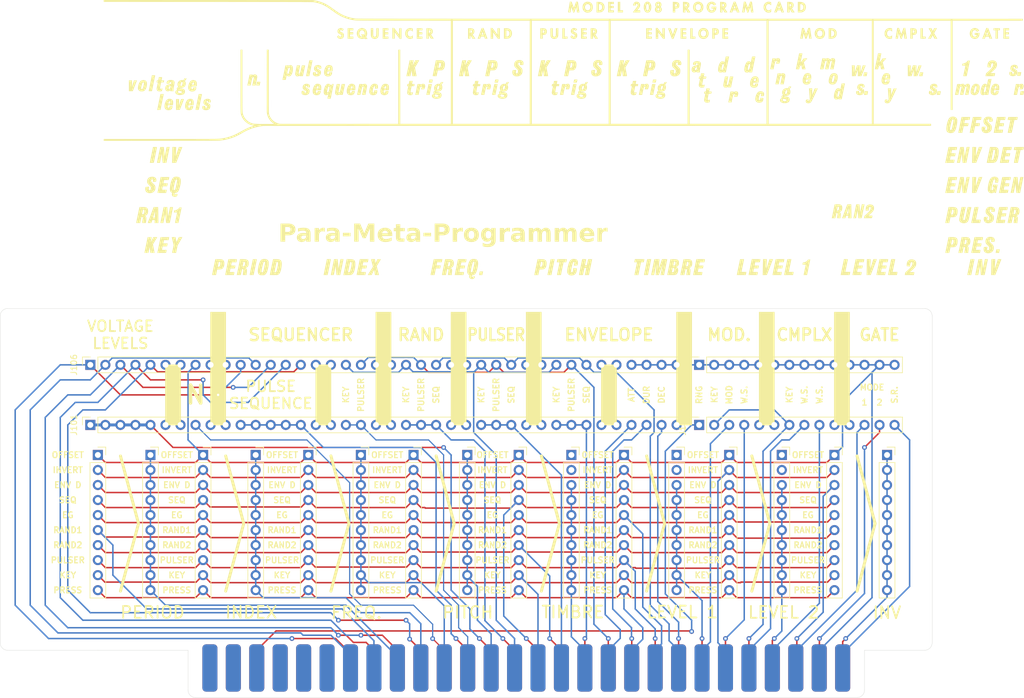
<source format=kicad_pcb>
(kicad_pcb (version 20221018) (generator pcbnew)
  (title_block (title "Model 208 Program Card") (date "2021-04-13") (rev "1.0") (company "Dunnington Audio"))
  (layers (0 "F.Cu" signal) (31 "B.Cu" signal) (34 "B.Paste" user) (35 "F.Paste" user) (36 "B.SilkS" user "B.Silkscreen") (37 "F.SilkS" user "F.Silkscreen") (38 "B.Mask" user) (39 "F.Mask" user) (44 "Edge.Cuts" user))
  (net 0 "")
  (net 1 "/SEQ_DRIVE_1")
  (net 2 "/SEQ_DRIVE_2")
  (net 3 "/SEQ_DRIVE_3")
  (net 4 "/SEQ_DRIVE_4")
  (net 5 "/SEQ_DRIVE_5")
  (net 6 "/ENABLE_+13.5V")
  (net 7 "/KEY_P_OUT")
  (net 8 "/PULSER_P_OUT")
  (net 9 "/SEQ_P_OUT")
  (net 10 "/SEQ_CV_SUM")
  (net 11 "/SEQ_N")
  (net 12 "/SEQ_P_SUM")
  (net 13 "/SEQ_P")
  (net 14 "/RANDOM_P")
  (net 15 "/PULSER_P")
  (net 16 "/EG_P")
  (net 17 "/EG_ATTACK_CV")
  (net 18 "/EG_DUR_CV")
  (net 19 "/EG_DECAY_CV")
  (net 20 "/MO_RANGE")
  (net 21 "/CO_MO_KEY")
  (net 22 "/MO_INDEX")
  (net 23 "/MO_WAVESHAPE")
  (net 24 "/CO_WAVESHAPE_CV")
  (net 25 "/CO_WAVESHAPE")
  (net 26 "/LPG_1_MODE")
  (net 27 "/LPG_2_MODE")
  (net 28 "/LPG_2_ROUTING")
  (net 29 "/PULSER_PERIOD")
  (net 30 "/INV_TO_PROG")
  (net 31 "/PRE_TO_PROG")
  (net 32 "/MO_FREQ")
  (net 33 "/SEQ_CV_OUT")
  (net 34 "/CO_PITCH")
  (net 35 "/EG_CV_OUT")
  (net 36 "/TIMBRE_CV")
  (net 37 "/MOD_MODE")
  (net 38 "/KEY_PRESSURE_OUT")
  (net 39 "/KEY_CV_OUT")
  (net 40 "/RANDOM_1_CV_OUT")
  (net 44 "/+5V")
  (net 46 "/-15V")
  (net 47 "/INV_FROM_PROG")
  (net 48 "/LPG_2_CV")
  (net 49 "/LPG_1_CV")
  (net 50 "/PULSER_OUT")
  (net 51 "/RANDOM_2_CV_OUT")
  (net 53 "/PRE_FROM_PROG")
  (net 55 "/0V-Q")
  (net 56 "/+15V")
  (footprint "Connector_PinSocket_2.54mm:PinSocket_1x10_P2.54mm_Vertical" (layer "F.Cu") (at 106.68 106.68)
    (fp_text reference "J102" hide)
    (fp_text value "Conn_01x08")
  )
  (footprint "Connector_PinSocket_2.54mm:PinSocket_1x10_P2.54mm_Vertical" (layer "F.Cu") (at 124.46 106.68)
    (fp_text reference "J103" hide)
    (fp_text value "Conn_01x08")
  )
  (footprint "Connector_PinSocket_2.54mm:PinSocket_1x10_P2.54mm_Vertical" (layer "F.Cu") (at 142.430576 106.68)
    (fp_text reference "J104" hide)
    (fp_text value "Conn_01x08")
  )
  (footprint "Connector_PinSocket_2.54mm:PinSocket_1x10_P2.54mm_Vertical" (layer "F.Cu") (at 160.02 106.68)
    (fp_text reference "J105" hide)
    (fp_text value "Conn_01x08")
  )
  (footprint "Connector_PinSocket_2.54mm:PinSocket_1x10_P2.54mm_Vertical" (layer "F.Cu") (at 177.8 106.68)
    (fp_text reference "J110" hide)
    (fp_text value "Conn_01x08")
  )
  (footprint "Connector_PinSocket_2.54mm:PinSocket_1x10_P2.54mm_Vertical" (layer "F.Cu") (at 195.58 106.68)
    (fp_text reference "J111" hide)
    (fp_text value "Conn_01x08")
  )
  (footprint "Connector_PinSocket_2.54mm:PinSocket_1x10_P2.54mm_Vertical" (layer "F.Cu") (at 213.36 106.68)
    (fp_text reference "J112" hide)
    (fp_text value "Conn_01x08")
  )
  (footprint "Buchla_Connectors:305-056-500-502_Mating_Edge" (layer "F.Cu") (at 152.4 139.7 -90)
    (fp_text reference "J114" hide)
    (fp_text value "02x28 Edge - 3.96mm ")
  )
  (footprint "Dunnington:208_PROGRAM_CARD" (layer "F.Cu") (at 220.789424 50.857383)
    (fp_text reference "S1" hide)
    (fp_text value "ROWS" hide)
  )
  (footprint "Connector_PinSocket_2.54mm:PinSocket_1x10_P2.54mm_Vertical" (layer "F.Cu") (at 88.9 106.68)
    (fp_text reference "J145" hide)
    (fp_text value "Conn_01x08")
  )
  (footprint "Connector_PinSocket_2.54mm:PinSocket_1x14_P2.54mm_Vertical" (layer "F.Cu") (at 181.61 101.6 90)
    (fp_text reference "J107")
    (fp_text value "Conn_01x14")
  )
  (footprint "Connector_PinSocket_2.54mm:PinSocket_1x10_P2.54mm_Vertical" (layer "F.Cu") (at 133.35 106.68)
    (fp_text reference "J170" hide)
    (fp_text value "Conn_01x10")
  )
  (footprint "Connector_PinSocket_2.54mm:PinSocket_1x10_P2.54mm_Vertical" (layer "F.Cu") (at 186.69 106.68)
    (fp_text reference "J173" hide)
    (fp_text value "Conn_01x10")
  )
  (footprint "Connector_PinSocket_2.54mm:PinSocket_1x10_P2.54mm_Vertical" (layer "F.Cu") (at 115.57 106.68)
    (fp_text reference "J169" hide)
    (fp_text value "Conn_01x10")
  )
  (footprint "Connector_PinSocket_2.54mm:PinSocket_1x10_P2.54mm_Vertical" (layer "F.Cu") (at 151.13 106.68)
    (fp_text reference "J171" hide)
    (fp_text value "Conn_01x10")
  )
  (footprint "Connector_PinSocket_2.54mm:PinSocket_1x10_P2.54mm_Vertical" (layer "F.Cu") (at 204.47 106.68)
    (fp_text reference "J174" hide)
    (fp_text value "Conn_01x10")
  )
  (footprint "Connector_PinSocket_2.54mm:PinSocket_1x40_P2.54mm_Vertical" (layer "F.Cu") (at 78.74 91.44 90)
    (fp_text reference "J106")
    (fp_text value "Conn_01x40")
  )
  (footprint "Connector_PinSocket_2.54mm:PinSocket_1x10_P2.54mm_Vertical" (layer "F.Cu") (at 168.91 106.68)
    (fp_text reference "J172" hide)
    (fp_text value "Conn_01x10")
  )
  (footprint "Connector_PinSocket_2.54mm:PinSocket_1x40_P2.54mm_Vertical" (layer "F.Cu") (at 78.74 101.6 90)
    (fp_text reference "J101")
    (fp_text value "Conn_01x40")
  )
  (footprint "Connector_PinSocket_2.54mm:PinSocket_1x14_P2.54mm_Vertical" (layer "F.Cu") (at 181.61 91.44 90)
    (fp_text reference "J108")
    (fp_text value "Conn_01x14")
  )
  (footprint "Connector_PinSocket_2.54mm:PinSocket_1x10_P2.54mm_Vertical" (layer "F.Cu") (at 97.79 106.68)
    (fp_text reference "J168" hide)
    (fp_text value "Conn_01x10")
  )
  (footprint "Connector_PinSocket_2.54mm:PinSocket_1x10_P2.54mm_Vertical" (layer "F.Cu") (at 80.01 106.68)
    (fp_text reference "J167" hide)
    (fp_text value "Conn_01x10")
  )
  (gr_rect (start 99.06 82.55) (end 101.6 101.6) (stroke (width 0.12)) (fill solid) (layer "F.SilkS"))
  (gr_rect (start 204.47 82.55) (end 207.01 101.6) (stroke (width 0.12)) (fill solid) (layer "F.SilkS"))
  (gr_rect (start 127 82.55) (end 129.54 101.6) (stroke (width 0.12)) (fill solid) (layer "F.SilkS"))
  (gr_rect (start 91.44 91.44) (end 93.98 101.6) (stroke (width 0.12)) (fill solid) (layer "F.SilkS"))
  (gr_rect (start 177.8 82.55) (end 180.34 101.6) (stroke (width 0.12)) (fill solid) (layer "F.SilkS"))
  (gr_rect (start 152.4 82.55) (end 154.94 101.6) (stroke (width 0.12)) (fill solid) (layer "F.SilkS"))
  (gr_rect (start 165.1 91.44) (end 167.64 101.6) (stroke (width 0.12)) (fill solid) (layer "F.SilkS"))
  (gr_rect (start 116.84 91.44) (end 119.38 101.6) (stroke (width 0.12)) (fill solid) (layer "F.SilkS"))
  (gr_rect (start 139.7 82.55) (end 142.24 101.6) (stroke (width 0.12)) (fill solid) (layer "F.SilkS"))
  (gr_rect (start 191.77 82.55) (end 194.31 101.6) (stroke (width 0.12)) (fill solid) (layer "F.SilkS"))
  (gr_line (start 95.25 139.7) (end 80.01 139.7) (stroke (width 0.05)) (layer "Edge.Cuts"))
  (gr_line (start 63.5 138.43) (end 63.5 88.265) (stroke (width 0.05)) (layer "Edge.Cuts"))
  (gr_line (start 80.01 139.7) (end 64.77 139.7) (stroke (width 0.05)) (layer "Edge.Cuts"))
  (gr_arc (start 63.5 83.185) (mid 63.871974 82.286974) (end 64.77 81.915) (stroke (width 0.05)) (layer "Edge.Cuts"))
  (gr_line (start 64.77 81.915) (end 219.71 81.915) (stroke (width 0.05)) (layer "Edge.Cuts"))
  (gr_line (start 209.55 139.7) (end 209.55 146.43) (stroke (width 0.05)) (layer "Edge.Cuts"))
  (gr_arc (start 64.77 139.7) (mid 63.871974 139.328026) (end 63.5 138.43) (stroke (width 0.05)) (layer "Edge.Cuts"))
  (gr_line (start 219.71 139.7) (end 209.55 139.7) (stroke (width 0.05)) (layer "Edge.Cuts"))
  (gr_line (start 95.25 146.43) (end 95.25 139.7) (stroke (width 0.05)) (layer "Edge.Cuts"))
  (gr_arc (start 220.98 138.43) (mid 220.608026 139.328026) (end 219.71 139.7) (stroke (width 0.05)) (layer "Edge.Cuts"))
  (gr_arc (start 96.52 147.7) (mid 95.621974 147.328026) (end 95.25 146.43) (stroke (width 0.05)) (layer "Edge.Cuts"))
  (gr_arc (start 209.55 146.43) (mid 209.178026 147.328026) (end 208.28 147.7) (stroke (width 0.05)) (layer "Edge.Cuts"))
  (gr_line (start 63.5 83.185) (end 63.5 88.265) (stroke (width 0.05)) (layer "Edge.Cuts"))
  (gr_arc (start 219.71 81.915) (mid 220.608026 82.286974) (end 220.98 83.185) (stroke (width 0.05)) (layer "Edge.Cuts"))
  (gr_line (start 208.28 147.7) (end 96.52 147.7) (stroke (width 0.05)) (layer "Edge.Cuts"))
  (gr_line (start 220.98 104.14) (end 220.98 83.185) (stroke (width 0.05)) (layer "Edge.Cuts"))
  (gr_line (start 220.98 104.14) (end 220.98 138.43) (stroke (width 0.05)) (layer "Edge.Cuts"))
  (gr_text "RNG" (at 181.61 96.52 90) (layer "F.SilkS") (effects (font (size 1 1) (thickness 0.2) bold)))
  (gr_text "PRESS" (at 146.685 129.54) (layer "F.SilkS") (effects (font (size 1 1) (thickness 0.2) bold)))
  (gr_text "SEQ" (at 149.86 96.52 90) (layer "F.SilkS") (effects (font (size 1 1) (thickness 0.2) bold)))
  (gr_text "EG" (at 74.93 116.84) (layer "F.SilkS") (effects (font (size 1 1) (thickness 0.2) bold)))
  (gr_text "RAND2" (at 74.93 121.92) (layer "F.SilkS") (effects (font (size 1 1) (thickness 0.2) bold)))
  (gr_text "KEY" (at 128.905 127) (layer "F.SilkS") (effects (font (size 1 1) (thickness 0.2) bold)))
  (gr_text ">" (at 118.11 138.43) (layer "F.SilkS") (effects (font (size 40 4) (thickness 0.5)) (justify left bottom)))
  (gr_text "INVERT" (at 74.93 109.22) (layer "F.SilkS") (effects (font (size 1 1) (thickness 0.2) bold)))
  (gr_text "KEY" (at 93.345 127) (layer "F.SilkS") (effects (font (size 1 1) (thickness 0.2) bold)))
  (gr_text "INVERT" (at 182.245 109.22) (layer "F.SilkS") (effects (font (size 1 1) (thickness 0.2) bold)))
  (gr_text "RAND1" (at 128.905 119.38) (layer "F.SilkS") (effects (font (size 1 1) (thickness 0.2) bold)))
  (gr_text "PULSER" (at 74.93 124.46) (layer "F.SilkS") (effects (font (size 1 1) (thickness 0.2) bold)))
  (gr_text "W.S." (at 189.23 96.52 90) (layer "F.SilkS") (effects (font (size 1 1) (thickness 0.2) bold)))
  (gr_text "KEY" (at 144.78 96.52 90) (layer "F.SilkS") (effects (font (size 1 1) (thickness 0.2) bold)))
  (gr_text "ENV D" (at 111.125 111.76) (layer "F.SilkS") (effects (font (size 1 1) (thickness 0.2) bold)))
  (gr_text "RAND1" (at 164.465 119.38) (layer "F.SilkS") (effects (font (size 1 1) (thickness 0.2) bold)))
  (gr_text "PRESS" (at 111.125 129.54) (layer "F.SilkS") (effects (font (size 1 1) (thickness 0.2) bold)))
  (gr_text "SEQ" (at 200 114.3) (layer "F.SilkS") (effects (font (size 1 1) (thickness 0.2) bold)))
  (gr_text "PRESS" (at 74.93 129.54) (layer "F.SilkS") (effects (font (size 1 1) (thickness 0.2) bold)))
  (gr_text "N" (at 96.52 96.52) (layer "F.SilkS") (effects (font (size 3 3) (thickness 0.6) bold)))
  (gr_text "S.R." (at 214.63 96.52 90) (layer "F.SilkS") (effects (font (size 1 1) (thickness 0.2) bold)))
  (gr_text "OFFSET" (at 93.345 106.68) (layer "F.SilkS") (effects (font (size 1 1) (thickness 0.2) bold)))
  (gr_text "INVERT" (at 128.905 109.22) (layer "F.SilkS") (effects (font (size 1 1) (thickness 0.2) bold)))
  (gr_text "SEQ" (at 128.905 114.3) (layer "F.SilkS") (effects (font (size 1 1) (thickness 0.2) bold)))
  (gr_text "ATT" (at 170.18 96.52 90) (layer "F.SilkS") (effects (font (size 1 1) (thickness 0.2) bold)))
  (gr_text "PERIOD" (at 83.6168 134.4676) (layer "F.SilkS") (effects (font (size 2 2) (thickness 0.3) bold) (justify left bottom)))
  (gr_text "PULSER" (at 200 124.46) (layer "F.SilkS") (effects (font (size 1 1) (thickness 0.2) bold)))
  (gr_text "RAND2" (at 182.245 121.92) (layer "F.SilkS") (effects (font (size 1 1) (thickness 0.2) bold)))
  (gr_text "ENV D" (at 200 111.76) (layer "F.SilkS") (effects (font (size 1 1) (thickness 0.2) bold)))
  (gr_text "PULSER" (at 93.345 124.46) (layer "F.SilkS") (effects (font (size 1 1) (thickness 0.2) bold)))
  (gr_text "PRESS" (at 200 129.54) (layer "F.SilkS") (effects (font (size 1 1) (thickness 0.2) bold)))
  (gr_text "EG" (at 182.245 116.84) (layer "F.SilkS") (effects (font (size 1 1) (thickness 0.2) bold)))
  (gr_text "PULSER" (at 111.125 124.46) (layer "F.SilkS") (effects (font (size 1 1) (thickness 0.2) bold)))
  (gr_text "RAND1" (at 74.93 119.38) (layer "F.SilkS") (effects (font (size 1 1) (thickness 0.2) bold)))
  (gr_text "PULSER" (at 164.465 124.46) (layer "F.SilkS") (effects (font (size 1 1) (thickness 0.2) bold)))
  (gr_text ">" (at 207.01 138.43) (layer "F.SilkS") (effects (font (size 40 4) (thickness 0.5)) (justify left bottom)))
  (gr_text "FREQ." (at 119.2276 134.5184) (layer "F.SilkS") (effects (font (size 2 2) (thickness 0.3) bold) (justify left bottom)))
  (gr_text "SEQ" (at 111.125 114.3) (layer "F.SilkS") (effects (font (size 1 1) (thickness 0.2) bold)))
  (gr_text "OFFSET" (at 200 106.68) (layer "F.SilkS") (effects (font (size 1 1) (thickness 0.2) bold)))
  (gr_text ">" (at 135.89 138.43) (layer "F.SilkS") (effects (font (size 40 4) (thickness 0.5)) (justify left bottom)))
  (gr_text "GATE" (at 212.09 86.36) (layer "F.SilkS") (effects (font (size 2 1.9) (thickness 0.4) bold)))
  (gr_text "LEVEL 2" (at 189.6872 134.4676) (layer "F.SilkS") (effects (font (size 2 2) (thickness 0.3) bold) (justify left bottom)))
  (gr_text "RAND2" (at 164.465 121.92) (layer "F.SilkS") (effects (font (size 1 1) (thickness 0.2) bold)))
  (gr_text "ENV D" (at 164.465 111.76) (layer "F.SilkS") (effects (font (size 1 1) (thickness 0.2) bold)))
  (gr_text "MODE" (at 210.82 95.25) (layer "F.SilkS") (effects (font (size 1 1) (thickness 0.2) bold)))
  (gr_text "PULSER" (at 128.905 124.46) (layer "F.SilkS") (effects (font (size 1 1) (thickness 0.2) bold)))
  (gr_text "Para-Meta-Programmer" (at 110.49 71.12) (layer "F.SilkS") (effects (font (size 3 3) (thickness 0.3) bold) (justify left bottom)))
  (gr_text "INVERT" (at 93.345 109.22) (layer "F.SilkS") (effects (font (size 1 1) (thickness 0.2) bold)))
  (gr_text "INVERT" (at 164.465 109.22) (layer "F.SilkS") (effects (font (size 1 1) (thickness 0.2) bold)))
  (gr_text "MOD" (at 186.69 96.499087 90) (layer "F.SilkS") (effects (font (size 1 1) (thickness 0.2) bold)))
  (gr_text "EG" (at 200 116.84) (layer "F.SilkS") (effects (font (size 1 1) (thickness 0.2) bold)))
  (gr_text "PULSER" (at 182.245 124.46) (layer "F.SilkS") (effects (font (size 1 1) (thickness 0.2) bold)))
  (gr_text "PULSER" (at 147.32 96.52 90) (layer "F.SilkS") (effects (font (size 1 1) (thickness 0.2) bold)))
  (gr_text "RAND1" (at 200 119.38) (layer "F.SilkS") (effects (font (size 1 1) (thickness 0.2) bold)))
  (gr_text "KEY" (at 182.245 127) (layer "F.SilkS") (effects (font (size 1 1) (thickness 0.2) bold)))
  (gr_text "OFFSET" (at 128.905 106.68) (layer "F.SilkS") (effects (font (size 1 1) (thickness 0.2) bold)))
  (gr_text "PRESS" (at 128.905 129.54) (layer "F.SilkS") (effects (font (size 1 1) (thickness 0.2) bold)))
  (gr_text "RAND2" (at 93.345 121.92) (layer "F.SilkS") (effects (font (size 1 1) (thickness 0.2) bold)))
  (gr_text "SEQUENCER" (at 114.3 86.36) (layer "F.SilkS") (effects (font (size 2 2) (thickness 0.4) bold)))
  (gr_text "SEQ" (at 146.685 114.3) (layer "F.SilkS") (effects (font (size 1 1) (thickness 0.2) bold)))
  (gr_text "PULSER" (at 160.02 96.52 90) (layer "F.SilkS") (effects (font (size 1 1) (thickness 0.2) bold)))
  (gr_text "KEY" (at 184.181621 96.499087 90) (layer "F.SilkS") (effects (font (size 1 1) (thickness 0.2) bold)))
  (gr_text "PRESS" (at 164.465 129.54) (layer "F.SilkS") (effects (font (size 1 1) (thickness 0.2) bold)))
  (gr_text "KEY" (at 111.125 127) (layer "F.SilkS") (effects (font (size 1 1) (thickness 0.2) bold)))
  (gr_text "KEY" (at 74.93 127) (layer "F.SilkS") (effects (font (size 1 1) (thickness 0.2) bold)))
  (gr_text ">" (at 171.45 138.43) (layer "F.SilkS") (effects (font (size 40 4) (thickness 0.5)) (justify left bottom)))
  (gr_text "KEY" (at 146.685 127) (layer "F.SilkS") (effects (font (size 1 1) (thickness 0.2) bold)))
  (gr_text "SEQ" (at 162.56 96.52 90) (layer "F.SilkS") (effects (font (size 1 1) (thickness 0.2) bold)))
  (gr_text "CMPLX" (at 199.39 86.36) (layer "F.SilkS") (effects (font (size 2 1.9) (thickness 0.4) bold)))
  (gr_text "VOLTAGE\nLEVELS" (at 83.82 86.36) (layer "F.SilkS") (effects (font (size 1.8 1.8) (thickness 0.3) bold)))
  (gr_text "RAND1" (at 182.245 119.38) (layer "F.SilkS") (effects (font (size 1 1) (thickness 0.2) bold)))
  (gr_text "OFFSET" (at 74.93 106.68) (layer "F.SilkS") (effects (font (size 1 1) (thickness 0.2) bold)))
  (gr_text "ENV D" (at 128.905 111.76) (layer "F.SilkS") (effects (font (size 1 1) (thickness 0.2) bold)))
  (gr_text "2" (at 212.09 97.79) (layer "F.SilkS") (effects (font (size 1 1) (thickness 0.2) bold)))
  (gr_text "SEQ" (at 137.16 96.52 90) (layer "F.SilkS") (effects (font (size 1 1) (thickness 0.2) bold)))
  (gr_text "W.S." (at 199.39 96.52 90) (layer "F.SilkS") (effects (font (size 1 1) (thickness 0.2) bold)))
  (gr_text "PULSE\nSEQUENCE" (at 109.22 96.52) (layer "F.SilkS") (effects (font (size 1.8 1.8) (thickness 0.3) bold)))
  (gr_text "ENV D" (at 146.685 111.76) (layer "F.SilkS") (effects (font (size 1 1) (thickness 0.2) bold)))
  (gr_text "OFFSET" (at 164.465 106.68) (layer "F.SilkS") (effects (font (size 1 1) (thickness 0.2) bold)))
  (gr_text "EG" (at 164.465 116.84) (layer "F.SilkS") (effects (font (size 1 1) (thickness 0.2) bold)))
  (gr_text "PULSER" (at 134.62 96.52 90) (layer "F.SilkS") (effects (font (size 1 1) (thickness 0.2) bold)))
  (gr_text "ENV D" (at 182.245 111.76) (layer "F.SilkS") (effects (font (size 1 1) (thickness 0.2) bold)))
  (gr_text ">" (at 189.23 138.43) (layer "F.SilkS") (effects (font (size 40 4) (thickness 0.5)) (justify left bottom)))
  (gr_text "INVERT" (at 111.125 109.22) (layer "F.SilkS") (effects (font (size 1 1) (thickness 0.2) bold)))
  (gr_text "TIMBRE" (at 154.7876 134.4168) (layer "F.SilkS") (effects (font (size 2 2) (thickness 0.3) bold) (justify left bottom)))
  (gr_text "DEC" (at 175.26 96.52 90) (layer "F.SilkS") (effects (font (size 1 1) (thickness 0.2) bold)))
  (gr_text "PRESS" (at 93.345 129.54) (layer "F.SilkS") (effects (font (size 1 1) (thickness 0.2) bold)))
  (gr_text "OFFSET" (at 146.685 106.68) (layer "F.SilkS") (effects (font (size 1 1) (thickness 0.2) bold)))
  (gr_text "RAND2" (at 128.905 121.92) (layer "F.SilkS") (effects (font (size 1 1) (thickness 0.2) bold)))
  (gr_text "1" (at 209.55 97.79) (layer "F.SilkS") (effects (font (size 1 1) (thickness 0.2) bold)))
  (gr_text "SEQ" (at 74.93 114.3) (layer "F.SilkS") (effects (font (size 1 1) (thickness 0.2) bold)))
  (gr_text "EG" (at 128.905 116.84) (layer "F.SilkS") (effects (font (size 1 1) (thickness 0.2) bold)))
  (gr_text "RAND" (at 134.62 86.36) (layer "F.SilkS") (effects (font (size 2 2) (thickness 0.4) bold)))
  (gr_text "PULSER" (at 147.32 86.36) (layer "F.SilkS") (effects (font (size 2 1.7) (thickness 0.4) bold)))
  (gr_text "PULSER" (at 124.46 96.52 90) (layer "F.SilkS") (effects (font (size 1 1) (thickness 0.2) bold)))
  (gr_text "EG" (at 93.345 116.84) (layer "F.SilkS") (effects (font (size 1 1) (thickness 0.2) bold)))
  (gr_text "KEY" (at 132.08 96.52 90) (layer "F.SilkS") (effects (font (size 1 1) (thickness 0.2) bold)))
  (gr_text "OFFSET" (at 111.125 106.68) (layer "F.SilkS") (effects (font (size 1 1) (thickness 0.2) bold)))
  (gr_text "INDEX" (at 101.346 134.4676) (layer "F.SilkS") (effects (font (size 2 2) (thickness 0.3) bold) (justify left bottom)))
  (gr_text "RAND2" (at 146.685 121.92) (layer "F.SilkS") (effects (font (size 1 1) (thickness 0.2) bold)))
  (gr_text ">" (at 100.33 138.43) (layer "F.SilkS") (effects (font (size 40 4) (thickness 0.5)) (justify left bottom)))
  (gr_text "EG" (at 111.125 116.84) (layer "F.SilkS") (effects (font (size 1 1) (thickness 0.2) bold)))
  (gr_text "SEQ" (at 93.345 114.3) (layer "F.SilkS") (effects (font (size 1 1) (thickness 0.2) bold)))
  (gr_text "ENV D" (at 74.93 111.76) (layer "F.SilkS") (effects (font (size 1 1) (thickness 0.2) bold)))
  (gr_text "LEVEL 1" (at 172.5676 134.4168) (layer "F.SilkS") (effects (font (size 2 2) (thickness 0.3) bold) (justify left bottom)))
  (gr_text "KEY" (at 196.85 96.52 90) (layer "F.SilkS") (effects (font (size 1 1) (thickness 0.2) bold)))
  (gr_text "SEQ" (at 182.245 114.3) (layer "F.SilkS") (effects (font (size 1 1) (thickness 0.2) bold)))
  (gr_text "RAND2" (at 200 121.92) (layer "F.SilkS") (effects (font (size 1 1) (thickness 0.2) bold)))
  (gr_text "OFFSET" (at 182.245 106.68) (layer "F.SilkS") (effects (font (size 1 1) (thickness 0.2) bold)))
  (gr_text "PITCH" (at 138.0236 134.4676) (layer "F.SilkS") (effects (font (size 2 2) (thickness 0.3) bold) (justify left bottom)))
  (gr_text "INV" (at 210.7692 134.5184) (layer "F.SilkS") (effects (font (size 2 2) (thickness 0.3) bold) (justify left bottom)))
  (gr_text "KEY" (at 121.92 96.52 90) (layer "F.SilkS") (effects (font (size 1 1) (thickness 0.2) bold)))
  (gr_text "DUR" (at 172.72 96.52 90) (layer "F.SilkS") (effects (font (size 1 1) (thickness 0.2) bold)))
  (gr_text "KEY" (at 200 127) (layer "F.SilkS") (effects (font (size 1 1) (thickness 0.2) bold)))
  (gr_text "PRESS" (at 182.245 129.54) (layer "F.SilkS") (effects (font (size 1 1) (thickness 0.2) bold)))
  (gr_text "KEY" (at 157.48 96.52 90) (layer "F.SilkS") (effects (font (size 1 1) (thickness 0.2) bold)))
  (gr_text "INVERT" (at 146.685 109.22) (layer "F.SilkS") (effects (font (size 1 1) (thickness 0.2) bold)))
  (gr_text "ENV D" (at 93.345 111.76) (layer "F.SilkS") (effects (font (size 1 1) (thickness 0.2) bold)))
  (gr_text ">" (at 82.55 138.43) (layer "F.SilkS") (effects (font (size 40 4) (thickness 0.5)) (justify left bottom)))
  (gr_text "KEY" (at 164.465 127) (layer "F.SilkS") (effects (font (size 1 1) (thickness 0.2) bold)))
  (gr_text "RAND2" (at 111.125 121.92) (layer "F.SilkS") (effects (font (size 1 1) (thickness 0.2) bold)))
  (gr_text "RAND1" (at 111.125 119.38) (layer "F.SilkS") (effects (font (size 1 1) (thickness 0.2) bold)))
  (gr_text "PULSER" (at 146.685 124.46) (layer "F.SilkS") (effects (font (size 1 1) (thickness 0.2) bold)))
  (gr_text "SEQ" (at 164.465 114.3) (layer "F.SilkS") (effects (font (size 1 1) (thickness 0.2) bold)))
  (gr_text "RAND1" (at 146.685 119.38) (layer "F.SilkS") (effects (font (size 1 1) (thickness 0.2) bold)))
  (gr_text "RAND1" (at 93.345 119.38) (layer "F.SilkS") (effects (font (size 1 1) (thickness 0.2) bold)))
  (gr_text "EG" (at 146.685 116.84) (layer "F.SilkS") (effects (font (size 1 1) (thickness 0.2) bold)))
  (gr_text "ENVELOPE" (at 166.37 86.36) (layer "F.SilkS") (effects (font (size 2 2) (thickness 0.4) bold)))
  (gr_text "W.S." (at 201.93 96.52 90) (layer "F.SilkS") (effects (font (size 1 1) (thickness 0.2) bold)))
  (gr_text ">" (at 153.67 138.43) (layer "F.SilkS") (effects (font (size 40 4) (thickness 0.5)) (justify left bottom)))
  (gr_text "MOD." (at 186.69 86.36) (layer "F.SilkS") (effects (font (size 2 2) (thickness 0.4) bold)))
  (gr_text "INVERT" (at 200 109.22) (layer "F.SilkS") (effects (font (size 1 1) (thickness 0.2) bold)))
  (segment (start 120.184695 137.72) (end 112.8 137.72) (width 0.25) (layer "F.Cu") (net 1))
  (segment (start 122.164695 139.7) (end 120.184695 137.72) (width 0.25) (layer "F.Cu") (net 1))
  (segment (start 83.82 96.52) (end 100.33 96.52) (width 0.25) (layer "F.Cu") (net 1))
  (segment (start 78.74 91.44) (end 83.82 96.52) (width 0.25) (layer "F.Cu") (net 1))
  (via (at 100.33 96.52) (size 0.8) (drill 0.4) (layers "F.Cu" "B.Cu") (net 1))
  (via (at 112.8 137.72) (size 0.8) (drill 0.4) (layers "F.Cu" "B.Cu") (net 1))
  (segment (start 73.66 91.44) (end 66.04 99.06) (width 0.25) (layer "B.Cu") (net 1))
  (segment (start 66.04 132.08) (end 71.68 137.72) (width 0.25) (layer "B.Cu") (net 1))
  (segment (start 104.14 92.71) (end 104.14 91.44) (width 0.25) (layer "B.Cu") (net 1))
  (segment (start 100.33 96.52) (end 104.14 92.71) (width 0.25) (layer "B.Cu") (net 1))
  (segment (start 71.68 137.72) (end 112.8 137.72) (width 0.25) (layer "B.Cu") (net 1))
  (segment (start 78.74 91.44) (end 73.66 91.44) (width 0.25) (layer "B.Cu") (net 1))
  (segment (start 66.04 99.06) (end 66.04 132.08) (width 0.25) (layer "B.Cu") (net 1))
  (segment (start 73.27 136.77) (end 68.58 132.08) (width 0.25) (layer "B.Cu") (net 2))
  (segment (start 68.58 99.06) (end 73.66 93.98) (width 0.25) (layer "B.Cu") (net 2))
  (segment (start 119.38 137.16) (end 114.69 137.16) (width 0.25) (layer "B.Cu") (net 2))
  (segment (start 114.3 136.77) (end 73.27 136.77) (width 0.25) (layer "B.Cu") (net 2))
  (segment (start 81.28 91.44) (end 82.455 90.265) (width 0.25) (layer "B.Cu") (net 2))
  (segment (start 114.69 137.16) (end 114.3 136.77) (width 0.25) (layer "B.Cu") (net 2))
  (segment (start 82.455 90.265) (end 105.505 90.265) (width 0.25) (layer "B.Cu") (net 2))
  (segment (start 78.74 93.98) (end 81.28 91.44) (width 0.25) (layer "B.Cu") (net 2))
  (segment (start 68.58 132.08) (end 68.58 99.06) (width 0.25) (layer "B.Cu") (net 2))
  (segment (start 121.92 139.7) (end 119.38 137.16) (width 0.25) (layer "B.Cu") (net 2))
  (segment (start 73.66 93.98) (end 78.74 93.98) (width 0.25) (layer "B.Cu") (net 2))
  (segment (start 105.505 90.265) (end 106.68 91.44) (width 0.25) (layer "B.Cu") (net 2))
  (segment (start 123.19 138.375) (end 121.975 137.16) (width 0.25) (layer "F.Cu") (net 3))
  (segment (start 121.975 137.16) (end 120.65 137.16) (width 0.25) (layer "F.Cu") (net 3))
  (segment (start 126.66 139.7) (end 125.335 138.375) (width 0.25) (layer "F.Cu") (net 3))
  (segment (start 87.63 95.25) (end 102.87 95.25) (width 0.25) (layer "F.Cu") (net 3))
  (segment (start 83.82 91.44) (end 87.63 95.25) (width 0.25) (layer "F.Cu") (net 3))
  (segment (start 125.335 138.375) (end 123.19 138.375) (width 0.25) (layer "F.Cu") (net 3))
  (via (at 102.87 95.25) (size 0.8) (drill 0.4) (layers "F.Cu" "B.Cu") (net 3))
  (via (at 120.65 137.16) (size 0.8) (drill 0.4) (layers "F.Cu" "B.Cu") (net 3))
  (segment (start 105.41 95.25) (end 109.22 91.44) (width 0.25) (layer "B.Cu") (net 3))
  (segment (start 102.87 95.25) (end 105.41 95.25) (width 0.25) (layer "B.Cu") (net 3))
  (segment (start 78.74 96.52) (end 83.82 91.44) (width 0.25) (layer "B.Cu") (net 3))
  (segment (start 74.93 135.89) (end 119.38 135.89) (width 0.25) (layer "B.Cu") (net 3))
  (segment (start 74.93 96.52) (end 78.74 96.52) (width 0.25) (layer "B.Cu") (net 3))
  (segment (start 74.93 135.89) (end 71.12 132.08) (width 0.25) (layer "B.Cu") (net 3))
  (segment (start 71.12 132.08) (end 71.12 100.33) (width 0.25) (layer "B.Cu") (net 3))
  (segment (start 120.65 137.16) (end 119.38 135.89) (width 0.25) (layer "B.Cu") (net 3))
  (segment (start 71.12 100.33) (end 74.93 96.52) (width 0.25) (layer "B.Cu") (net 3))
  (segment (start 88.9 93.98) (end 97.79 93.98) (width 0.25) (layer "F.Cu") (net 4))
  (segment (start 86.36 91.44) (end 88.9 93.98) (width 0.25) (layer "F.Cu") (net 4))
  (segment (start 124.46 137.16) (end 128.08 137.16) (width 0.25) (layer "F.Cu") (net 4))
  (segment (start 128.08 137.16) (end 130.62 139.7) (width 0.25) (layer "F.Cu") (net 4))
  (via (at 97.79 93.98) (size 0.8) (drill 0.4) (layers "F.Cu" "B.Cu") (net 4))
  (via (at 124.46 137.16) (size 0.8) (drill 0.4) (layers "F.Cu" "B.Cu") (net 4))
  (segment (start 119.38 134.62) (end 77.47 134.62) (width 0.25) (layer "B.Cu") (net 4))
  (segment (start 97.79 96.52) (end 99.06 97.79) (width 0.25) (layer "B.Cu") (net 4))
  (segment (start 97.79 93.98) (end 97.79 96.52) (width 0.25) (layer "B.Cu") (net 4))
  (segment (start 77.47 134.62) (end 73.66 130.81) (width 0.25) (layer "B.Cu") (net 4))
  (segment (start 73.66 130.81) (end 73.66 100.33) (width 0.25) (layer "B.Cu") (net 4))
  (segment (start 121.92 137.16) (end 119.38 134.62) (width 0.25) (layer "B.Cu") (net 4))
  (segment (start 76.2 97.79) (end 80.01 97.79) (width 0.25) (layer "B.Cu") (net 4))
  (segment (start 73.66 100.33) (end 76.2 97.79) (width 0.25) (layer "B.Cu") (net 4))
  (segment (start 105.41 97.79) (end 99.06 97.79) (width 0.25) (layer "B.Cu") (net 4))
  (segment (start 111.76 91.44) (end 105.41 97.79) (width 0.25) (layer "B.Cu") (net 4))
  (segment (start 121.92 137.16) (end 124.46 137.16) (width 0.25) (layer "B.Cu") (net 4))
  (segment (start 80.01 97.79) (end 86.36 91.44) (width 0.25) (layer "B.Cu") (net 4))
  (segment (start 120.65 134.62) (end 132.08 134.62) (width 0.25) (layer "F.Cu") (net 5))
  (segment (start 134.58 139.7) (end 132.695 137.815) (width 0.25) (layer "F.Cu") (net 5))
  (segment (start 88.9 91.44) (end 90.075 92.615) (width 0.25) (layer "F.Cu") (net 5))
  (segment (start 90.075 92.615) (end 113.125 92.615) (width 0.25) (layer "F.Cu") (net 5))
  (segment (start 113.125 92.615) (end 114.3 91.44) (width 0.25) (layer "F.Cu") (net 5))
  (via (at 132.695 137.815) (size 0.8) (drill 0.4) (layers "F.Cu" "B.Cu") (net 5))
  (via (at 132.08 134.62) (size 0.8) (drill 0.4) (layers "F.Cu" "B.Cu") (net 5))
  (via (at 120.65 134.62) (size 0.8) (drill 0.4) (layers "F.Cu" "B.Cu") (net 5))
  (segment (start 78.74 133.35) (end 119.38 133.35) (width 0.25) (layer "B.Cu") (net 5))
  (segment (start 77.47 99.06) (end 74.93 101.6) (width 0.25) (layer "B.Cu") (net 5))
  (segment (start 88.9 91.44) (end 81.28 99.06) (width 0.25) (layer "B.Cu") (net 5))
  (segment (start 74.93 129.54) (end 78.74 133.35) (width 0.25) (layer "B.Cu") (net 5))
  (segment (start 132.08 134.62) (end 132.695 135.235) (width 0.25) (layer "B.Cu") (net 5))
  (segment (start 74.93 101.6) (end 74.93 129.54) (width 0.25) (layer "B.Cu") (net 5))
  (segment (start 132.695 135.235) (end 132.695 137.815) (width 0.25) (layer "B.Cu") (net 5))
  (segment (start 119.38 133.35) (end 120.65 134.62) (width 0.25) (layer "B.Cu") (net 5))
  (segment (start 81.28 99.06) (end 77.47 99.06) (width 0.25) (layer "B.Cu") (net 5))
  (segment (start 99.06 107.95) (end 114.3 107.95) (width 0.25) (layer "F.Cu") (net 6))
  (segment (start 185.42 107.95) (end 186.69 106.68) (width 0.25) (layer "F.Cu") (net 6))
  (segment (start 149.86 107.95) (end 151.13 106.68) (width 0.25) (layer "F.Cu") (net 6))
  (segment (start 134.62 107.95) (end 149.86 107.95) (width 0.25) (layer "F.Cu") (net 6))
  (segment (start 186.69 106.68) (end 187.96 107.95) (width 0.25) (layer "F.Cu") (net 6))
  (segment (start 203.2 107.95) (end 204.47 106.68) (width 0.25) (layer "F.Cu") (net 6))
  (segment (start 96.52 107.95) (end 97.79 106.68) (width 0.25) (layer "F.Cu") (net 6))
  (segment (start 167.64 107.95) (end 168.91 106.68) (width 0.25) (layer "F.Cu") (net 6))
  (segment (start 114.3 107.95) (end 115.57 106.68) (width 0.25) (layer "F.Cu") (net 6))
  (segment (start 187.96 107.95) (end 203.2 107.95) (width 0.25) (layer "F.Cu") (net 6))
  (segment (start 152.4 107.95) (end 167.64 107.95) (width 0.25) (layer "F.Cu") (net 6))
  (segment (start 133.35 106.68) (end 134.62 107.95) (width 0.25) (layer "F.Cu") (net 6))
  (segment (start 80.01 106.68) (end 81.28 107.95) (width 0.25) (layer "F.Cu") (net 6))
  (segment (start 168.91 106.68) (end 170.18 107.95) (width 0.25) (layer "F.Cu") (net 6))
  (segment (start 132.08 107.95) (end 133.35 106.68) (width 0.25) (layer "F.Cu") (net 6))
  (segment (start 81.28 107.95) (end 96.52 107.95) (width 0.25) (layer "F.Cu") (net 6))
  (segment (start 170.18 107.95) (end 185.42 107.95) (width 0.25) (layer "F.Cu") (net 6))
  (segment (start 97.79 106.68) (end 99.06 107.95) (width 0.25) (layer "F.Cu") (net 6))
  (segment (start 116.84 107.95) (end 132.08 107.95) (width 0.25) (layer "F.Cu") (net 6))
  (segment (start 151.13 106.68) (end 152.4 107.95) (width 0.25) (layer "F.Cu") (net 6))
  (segment (start 115.57 106.68) (end 116.84 107.95) (width 0.25) (layer "F.Cu") (net 6))
  (segment (start 210.82 92.71) (end 210.82 130.81) (width 0.25) (layer "B.Cu") (net 6))
  (segment (start 181.61 91.44) (end 170.18 91.44) (width 0.25) (layer "B.Cu") (net 6))
  (segment (start 201.93 139.7) (end 210.82 130.81) (width 0.25) (layer "B.Cu") (net 6))
  (segment (start 204.47 106.68) (end 205.835 105.315) (width 0.25) (layer "B.Cu") (net 6))
  (segment (start 96.52 91.44) (end 95.25 92.71) (width 0.25) (layer "B.Cu") (net 6))
  (segment (start 212.09 91.44) (end 210.82 92.71) (width 0.25) (layer "B.Cu") (net 6))
  (segment (start 95.25 104.14) (end 97.79 106.68) (width 0.25) (layer "B.Cu") (net 6))
  (segment (start 212.09 91.44) (end 214.63 91.44) (width 0.25) (layer "B.Cu") (net 6))
  (segment (start 205.835 97.695) (end 212.09 91.44) (width 0.25) (layer "B.Cu") (net 6))
  (segment (start 212.09 91.44) (end 181.61 91.44) (width 0.25) (layer "B.Cu") (net 6))
  (segment (start 205.835 105.315) (end 205.835 97.695) (width 0.25) (layer "B.Cu") (net 6))
  (segment (start 95.25 92.71) (end 95.25 104.14) (width 0.25) (layer "B.Cu") (net 6))
  (segment (start 130.81 92.71) (end 123.19 92.71) (width 0.25) (layer "B.Cu") (net 7))
  (segment (start 143.51 92.71) (end 144.78 91.44) (width 0.25) (layer "B.Cu") (net 7))
  (segment (start 156.21 92.71) (end 157.48 91.44) (width 0.25) (layer "B.Cu") (net 7))
  (segment (start 147.32 134.62) (end 147.32 106.68) (width 0.25) (layer "B.Cu") (net 7))
  (segment (start 144.78 91.44) (end 146.05 92.71) (width 0.25) (layer "B.Cu") (net 7))
  (segment (start 146.05 92.71) (end 156.21 92.71) (width 0.25) (layer "B.Cu") (net 7))
  (segment (start 143.51 102.87) (end 143.51 92.71) (width 0.25) (layer "B.Cu") (net 7))
  (segment (start 150.42 137.72) (end 147.32 134.62) (width 0.25) (layer "B.Cu") (net 7))
  (segment (start 147.32 106.68) (end 143.51 102.87) (width 0.25) (layer "B.Cu") (net 7))
  (segment (start 144.78 91.44) (end 143.605 92.615) (width 0.25) (layer "B.Cu") (net 7))
  (segment (start 132.08 91.44) (end 130.81 92.71) (width 0.25) (layer "B.Cu") (net 7))
  (segment (start 133.255 92.615) (end 132.08 91.44) (width 0.25) (layer "B.Cu") (net 7))
  (segment (start 143.605 92.615) (end 133.255 92.615) (width 0.25) (layer "B.Cu") (net 7))
  (segment (start 150.42 139.7) (end 150.42 137.72) (width 0.25) (layer "B.Cu") (net 7))
  (segment (start 123.19 92.71) (end 121.92 91.44) (width 0.25) (layer "B.Cu") (net 7))
  (segment (start 166.26 139.7) (end 166.26 137.72) (width 0.25) (layer "F.Cu") (net 8))
  (segment (start 135.89 92.71) (end 146.05 92.71) (width 0.25) (layer "F.Cu") (net 8))
  (segment (start 146.05 92.71) (end 147.32 91.44) (width 0.25) (layer "F.Cu") (net 8))
  (segment (start 134.62 91.44) (end 135.89 92.71) (width 0.25) (layer "F.Cu") (net 8))
  (segment (start 147.32 91.44) (end 148.59 92.71) (width 0.25) (layer "F.Cu") (net 8))
  (segment (start 148.59 92.71) (end 158.75 92.71) (width 0.25) (layer "F.Cu") (net 8))
  (segment (start 158.75 92.71) (end 160.02 91.44) (width 0.25) (layer "F.Cu") (net 8))
  (via (at 166.26 137.72) (size 0.8) (drill 0.4) (layers "F.Cu" "B.Cu") (net 8))
  (segment (start 125.73 90.17) (end 133.35 90.17) (width 0.25) (layer "B.Cu") (net 8))
  (segment (start 160.02 91.44) (end 163.83 95.25) (width 0.25) (layer "B.Cu") (net 8))
  (segment (start 163.83 135.29) (end 166.26 137.72) (width 0.25) (layer "B.Cu") (net 8))
  (segment (start 163.83 95.25) (end 163.83 135.29) (width 0.25) (layer "B.Cu") (net 8))
  (segment (start 133.35 90.17) (end 134.62 91.44) (width 0.25) (layer "B.Cu") (net 8))
  (segment (start 124.46 91.44) (end 125.73 90.17) (width 0.25) (layer "B.Cu") (net 8))
  (segment (start 178.14 139.7) (end 176.53 138.09) (width 0.25) (layer "B.Cu") (net 9))
  (segment (start 176.53 135.255) (end 173.355 132.08) (width 0.25) (layer "B.Cu") (net 9))
  (segment (start 176.53 138.09) (end 176.53 135.255) (width 0.25) (layer "B.Cu") (net 9))
  (segment (start 148.685 90.265) (end 149.86 91.44) (width 0.25) (layer "B.Cu") (net 9))
  (segment (start 173.99 102.87) (end 173.99 99.06) (width 0.25) (layer "B.Cu") (net 9))
  (segment (start 173.355 132.08) (end 173.355 103.505) (width 0.25) (layer "B.Cu") (net 9))
  (segment (start 138.335 90.265) (end 148.685 90.265) (width 0.25) (layer "B.Cu") (net 9))
  (segment (start 173.99 99.06) (end 167.64 92.71) (width 0.25) (layer "B.Cu") (net 9))
  (segment (start 151.035 90.265) (end 161.385 90.265) (width 0.25) (layer "B.Cu") (net 9))
  (segment (start 161.385 90.265) (end 162.56 91.44) (width 0.25) (layer "B.Cu") (net 9))
  (segment (start 163.83 92.71) (end 162.56 91.44) (width 0.25) (layer "B.Cu") (net 9))
  (segment (start 173.355 103.505) (end 173.99 102.87) (width 0.25) (layer "B.Cu") (net 9))
  (segment (start 137.16 91.44) (end 138.335 90.265) (width 0.25) (layer "B.Cu") (net 9))
  (segment (start 167.64 92.71) (end 163.83 92.71) (width 0.25) (layer "B.Cu") (net 9))
  (segment (start 149.86 91.44) (end 151.035 90.265) (width 0.25) (layer "B.Cu") (net 9))
  (segment (start 92.71 105.41) (end 88.9 101.6) (width 0.25) (layer "F.Cu") (net 10))
  (segment (start 146.46 139.7) (end 144.48 137.72) (width 0.25) (layer "F.Cu") (net 10))
  (segment (start 138.43 105.41) (end 92.71 105.41) (width 0.25) (layer "F.Cu") (net 10))
  (via (at 144.48 137.72) (size 0.8) (drill 0.4) (layers "F.Cu" "B.Cu") (net 10))
  (via (at 138.43 105.41) (size 0.8) (drill 0.4) (layers "F.Cu" "B.Cu") (net 10))
  (segment (start 142.875 132.715) (end 142.875 136.115) (width 0.25) (layer "B.Cu") (net 10))
  (segment (start 139.7 106.68) (end 139.7 129.54) (width 0.25) (layer "B.Cu") (net 10))
  (segment (start 142.875 136.115) (end 144.48 137.72) (width 0.25) (layer "B.Cu") (net 10))
  (segment (start 139.7 129.54) (end 142.875 132.715) (width 0.25) (layer "B.Cu") (net 10))
  (segment (start 88.9 101.6) (end 78.74 101.6) (width 0.5) (layer "B.Cu") (net 10))
  (segment (start 138.43 105.41) (end 139.7 106.68) (width 0.25) (layer "B.Cu") (net 10))
  (segment (start 138.54 139.7) (end 136.58 137.74) (width 0.2) (layer "F.Cu") (net 11))
  (via (at 136.58 137.74) (size 0.8) (drill 0.4) (layers "F.Cu" "B.Cu") (net 11))
  (segment (start 124.46 132.08) (end 133.35 132.08) (width 0.2) (layer "B.Cu") (net 11))
  (segment (start 99.06 104.14) (end 115.33 104.14) (width 0.2) (layer "B.Cu") (net 11))
  (segment (start 122.555 111.365) (end 122.555 130.175) (width 0.2) (layer "B.Cu") (net 11))
  (segment (start 133.35 132.08) (end 136.58 135.31) (width 0.2) (layer "B.Cu") (net 11))
  (segment (start 136.58 135.31) (end 136.58 137.74) (width 0.2) (layer "B.Cu") (net 11))
  (segment (start 115.33 104.14) (end 122.555 111.365) (width 0.2) (layer "B.Cu") (net 11))
  (segment (start 122.555 130.175) (end 124.46 132.08) (width 0.2) (layer "B.Cu") (net 11))
  (segment (start 96.52 101.6) (end 99.06 104.14) (width 0.2) (layer "B.Cu") (net 11))
  (segment (start 142.5 139.7) (end 140.52 137.72) (width 0.25) (layer "F.Cu") (net 12))
  (via (at 140.52 137.72) (size 0.8) (drill 0.4) (layers "F.Cu" "B.Cu") (net 12))
  (segment (start 137.16 129.54) (end 139.7 132.08) (width 0.25) (layer "B.Cu") (net 12))
  (segment (start 134.62 105.41) (end 137.16 107.95) (width 0.25) (layer "B.Cu") (net 12))
  (segment (start 114.3 101.6) (end 118.11 105.41) (width 0.25) (layer "B.Cu") (net 12))
  (segment (start 104.14 101.6) (end 114.3 101.6) (width 0.25) (layer "B.Cu") (net 12))
  (segment (start 139.7 132.08) (end 139.7 136.9) (width 0.25) (layer "B.Cu") (net 12))
  (segment (start 137.16 107.95) (end 137.16 129.54) (width 0.25) (layer "B.Cu") (net 12))
  (segment (start 139.7 136.9) (end 140.52 137.72) (width 0.25) (layer "B.Cu") (net 12))
  (segment (start 118.11 105.41) (end 134.62 105.41) (width 0.25) (layer "B.Cu") (net 12))
  (segment (start 140.97 132.08) (end 140.97 135.89) (width 0.2) (layer "B.Cu") (net 13))
  (segment (start 127 104.14) (end 135.89 104.14) (width 0.2) (layer "B.Cu") (net 13))
  (segment (start 142.5 137.42) (end 142.5 139.7) (width 0.2) (layer "B.Cu") (net 13))
  (segment (start 140.97 135.89) (end 142.5 137.42) (width 0.2) (layer "B.Cu") (net 13))
  (segment (start 124.46 101.6) (end 127 104.14) (width 0.2) (layer "B.Cu") (net 13))
  (segment (start 138.43 129.54) (end 140.97 132.08) (width 0.2) (layer "B.Cu") (net 13))
  (segment (start 135.89 104.14) (end 138.43 106.68) (width 0.2) (layer "B.Cu") (net 13))
  (segment (start 124.46 101.6) (end 121.92 101.6) (width 0.2) (layer "B.Cu") (net 13))
  (segment (start 138.43 106.68) (end 138.43 129.54) (width 0.2) (layer "B.Cu") (net 13))
  (segment (start 150.42 139.7) (end 148.44 137.72) (width 0.25) (layer "F.Cu") (net 14))
  (via (at 148.44 137.72) (size 0.8) (drill 0.4) (layers "F.Cu" "B.Cu") (net 14))
  (segment (start 137.16 101.6) (end 132.08 101.6) (width 0.25) (layer "B.Cu") (net 14))
  (segment (start 143.51 104.14) (end 145.415 106.045) (width 0.25) (layer "B.Cu") (net 14))
  (segment (start 145.415 106.045) (end 145.415 134.695) (width 0.25) (layer "B.Cu") (net 14))
  (segment (start 137.16 101.6) (end 139.7 104.14) (width 0.25) (layer "B.Cu") (net 14))
  (segment (start 139.7 104.14) (end 143.51 104.14) (width 0.25) (layer "B.Cu") (net 14))
  (segment (start 145.415 134.695) (end 148.44 137.72) (width 0.25) (layer "B.Cu") (net 14))
  (segment (start 158.34 110.08) (end 158.34 139.7) (width 0.25) (layer "B.Cu") (net 15))
  (segment (start 149.86 101.6) (end 158.34 110.08) (width 0.25) (layer "B.Cu") (net 15))
  (segment (start 144.78 101.6) (end 149.86 101.6) (width 0.25) (layer "B.Cu") (net 15))
  (segment (start 162.3 139.7) (end 162.3 137.72) (width 0.25) (layer "F.Cu") (net 16))
  (via (at 162.3 137.72) (size 0.8) (drill 0.4) (layers "F.Cu" "B.Cu") (net 16))
  (segment (start 162.56 137.46) (end 162.3 137.72) (width 0.25) (layer "B.Cu") (net 16))
  (segment (start 162.56 101.6) (end 157.48 101.6) (width 0.25) (layer "B.Cu") (net 16))
  (segment (start 162.56 101.6) (end 162.56 137.46) (width 0.25) (layer "B.Cu") (net 16))
  (segment (start 165.735 133.6675) (end 168.275 136.2075) (width 0.25) (layer "B.Cu") (net 17))
  (segment (start 168.275 137.685) (end 166.26 139.7) (width 0.25) (layer "B.Cu") (net 17))
  (segment (start 170.18 101.6) (end 165.735 106.045) (width 0.25) (layer "B.Cu") (net 17))
  (segment (start 165.735 106.045) (end 165.735 133.6675) (width 0.25) (layer "B.Cu") (net 17))
  (segment (start 168.275 136.2075) (end 168.275 137.685) (width 0.25) (layer "B.Cu") (net 17))
  (segment (start 170.22 139.7) (end 170.22 137.72) (width 0.25) (layer "F.Cu") (net 18))
  (via (at 170.22 137.72) (size 0.8) (drill 0.4) (layers "F.Cu" "B.Cu") (net 18))
  (segment (start 167.005 106.045) (end 167.005 132.715) (width 0.25) (layer "B.Cu") (net 18))
  (segment (start 170.18 135.89) (end 170.18 137.68) (width 0.25) (layer "B.Cu") (net 18))
  (segment (start 167.005 132.715) (end 170.18 135.89) (width 0.25) (layer "B.Cu") (net 18))
  (segment (start 170.18 104.14) (end 168.91 104.14) (width 0.25) (layer "B.Cu") (net 18))
  (segment (start 172.72 101.6) (end 170.18 104.14) (width 0.25) (layer "B.Cu") (net 18))
  (segment (start 170.18 137.68) (end 170.22 137.72) (width 0.25) (layer "B.Cu") (net 18))
  (segment (start 168.91 104.14) (end 167.005 106.045) (width 0.25) (layer "B.Cu") (net 18))
  (segment (start 178.14 139.7) (end 178.14 137.72) (width 0.25) (layer "F.Cu") (net 19))
  (via (at 178.14 137.72) (size 0.8) (drill 0.4) (layers "F.Cu" "B.Cu") (net 19))
  (segment (start 175.26 102.87) (end 175.26 101.6) (width 0.25) (layer "B.Cu") (net 19))
  (segment (start 178.14 134.96) (end 174.625 131.445) (width 0.25) (layer "B.Cu") (net 19))
  (segment (start 174.625 131.445) (end 174.625 103.505) (width 0.25) (layer "B.Cu") (net 19))
  (segment (start 178.14 137.72) (end 178.14 134.96) (width 0.25) (layer "B.Cu") (net 19))
  (segment (start 174.625 103.505) (end 175.26 102.87) (width 0.25) (layer "B.Cu") (net 19))
  (segment (start 110.125 136.435) (end 180.25 136.435) (width 0.25) (layer "F.Cu") (net 20))
  (segment (start 106.86 139.7) (end 110.125 136.435) (width 0.25) (layer "F.Cu") (net 20))
  (segment (start 180.25 136.435) (end 180.34 136.525) (width 0.25) (layer "F.Cu") (net 20))
  (via (at 180.34 136.525) (size 0.8) (drill 0.4) (layers "F.Cu" "B.Cu") (net 20))
  (segment (start 180.34 134.62) (end 180.34 136.525) (width 0.25) (layer "B.Cu") (net 20))
  (segment (start 180.34 101.6) (end 175.895 106.045) (width 0.25) (layer "B.Cu") (net 20))
  (segment (start 175.895 130.175) (end 180.34 134.62) (width 0.25) (layer "B.Cu") (net 20))
  (segment (start 181.61 101.6) (end 180.34 101.6) (width 0.25) (layer "B.Cu") (net 20))
  (segment (start 175.895 106.045) (end 175.895 130.175) (width 0.25) (layer "B.Cu") (net 20))
  (segment (start 190.02 139.7) (end 190.02 137.72) (width 0.25) (layer "F.Cu") (net 21))
  (via (at 190.02 137.72) (size 0.8) (drill 0.4) (layers "F.Cu" "B.Cu") (net 21))
  (segment (start 190.02 137.72) (end 192.405 135.335) (width 0.25) (layer "B.Cu") (net 21))
  (segment (start 192.405 106.045) (end 196.85 101.6) (width 0.25) (layer "B.Cu") (net 21))
  (segment (start 192.405 135.335) (end 192.405 106.045) (width 0.25) (layer "B.Cu") (net 21))
  (segment (start 194.31 99.06) (end 196.85 101.6) (width 0.25) (layer "B.Cu") (net 21))
  (segment (start 184.15 101.6) (end 186.69 99.06) (width 0.25) (layer "B.Cu") (net 21))
  (segment (start 186.69 99.06) (end 194.31 99.06) (width 0.25) (layer "B.Cu") (net 21))
  (segment (start 134.58 135.215) (end 134.58 139.7) (width 0.25) (layer "B.Cu") (net 22))
  (segment (start 107.95 130.81) (end 121.92 130.81) (width 0.25) (layer "B.Cu") (net 22))
  (segment (start 121.92 130.81) (end 124.46 133.35) (width 0.25) (layer "B.Cu") (net 22))
  (segment (start 106.68 129.54) (end 107.95 130.81) (width 0.25) (layer "B.Cu") (net 22))
  (segment (start 132.715 133.35) (end 134.58 135.215) (width 0.25) (layer "B.Cu") (net 22))
  (segment (start 106.68 129.54) (end 106.68 127) (width 0.25) (layer "B.Cu") (net 22))
  (segment (start 106.68 106.68) (end 106.68 129.54) (width 0.25) (layer "B.Cu") (net 22))
  (segment (start 124.46 133.35) (end 132.715 133.35) (width 0.25) (layer "B.Cu") (net 22))
  (segment (start 186.06 139.7) (end 186.06 137.72) (width 0.25) (layer "F.Cu") (net 23))
  (via (at 186.06 137.72) (size 0.8) (drill 0.4) (layers "F.Cu" "B.Cu") (net 23))
  (segment (start 189.23 101.6) (end 189.23 134.55) (width 0.25) (layer "B.Cu") (net 23))
  (segment (start 189.23 134.55) (end 186.06 137.72) (width 0.25) (layer "B.Cu") (net 23))
  (segment (start 193.675 106.045) (end 193.675 136.045) (width 0.25) (layer "B.Cu") (net 24))
  (segment (start 199.39 101.6) (end 196.85 104.14) (width 0.25) (layer "B.Cu") (net 24))
  (segment (start 195.58 104.14) (end 193.675 106.045) (width 0.25) (layer "B.Cu") (net 24))
  (segment (start 193.675 136.045) (end 190.02 139.7) (width 0.25) (layer "B.Cu") (net 24))
  (segment (start 196.85 104.14) (end 195.58 104.14) (width 0.25) (layer "B.Cu") (net 24))
  (segment (start 201.93 101.6) (end 201.93 131.75) (width 0.25) (layer "B.Cu") (net 25))
  (segment (start 201.93 131.75) (end 193.98 139.7) (width 0.25) (layer "B.Cu") (net 25))
  (segment (start 208.28 102.87) (end 208.28 129.54) (width 0.25) (layer "B.Cu") (net 26))
  (segment (start 198.12 139.7) (end 208.28 129.54) (width 0.25) (layer "B.Cu") (net 26))
  (segment (start 209.55 101.6) (end 208.28 102.87) (width 0.25) (layer "B.Cu") (net 26))
  (segment (start 201.93001 139.66999) (end 201.93001 137.72) (width 0.25) (layer "F.Cu") (net 27))
  (segment (start 209.55 105.41) (end 212.09 102.87) (width 0.25) (layer "F.Cu") (net 27))
  (segment (start 212.09 102.87) (end 212.09 101.6) (width 0.25) (layer "F.Cu") (net 27))
  (via (at 201.93001 137.72) (size 0.8) (drill 0.4) (layers "F.Cu" "B.Cu") (net 27))
  (via (at 209.55 105.41) (size 0.8) (drill 0.4) (layers "F.Cu" "B.Cu") (net 27))
  (segment (start 209.55 130.10001) (end 209.55 105.41) (width 0.25) (layer "B.Cu") (net 27))
  (segment (start 201.93001 137.72) (end 209.55 130.10001) (width 0.25) (layer "B.Cu") (net 27))
  (segment (start 214.63 101.6) (end 217.17 104.14) (width 0.25) (layer "B.Cu") (net 28))
  (segment (start 217.17 128.905) (end 206.375 139.7) (width 0.25) (layer "B.Cu") (net 28))
  (segment (start 217.17 104.14) (end 217.17 128.905) (width 0.25) (layer "B.Cu") (net 28))
  (segment (start 88.9 106.68) (end 88.9 129.54) (width 0.25) (layer "B.Cu") (net 29))
  (segment (start 129.54 139.7) (end 121.92 132.08) (width 0.25) (layer "B.Cu") (net 29))
  (segment (start 121.92 132.08) (end 91.44 132.08) (width 0.25) (layer "B.Cu") (net 29))
  (segment (start 91.44 132.08) (end 88.9 129.54) (width 0.25) (layer "B.Cu") (net 29))
  (segment (start 81.28 110.49) (end 96.52 110.49) (width 0.25) (layer "F.Cu") (net 30))
  (segment (start 114.3 110.49) (end 115.57 109.22) (width 0.25) (layer "F.Cu") (net 30))
  (segment (start 134.62 110.49) (end 149.86 110.49) (width 0.25) (layer "F.Cu") (net 30))
  (segment (start 133.35 109.22) (end 134.62 110.49) (width 0.25) (layer "F.Cu") (net 30))
  (segment (start 168.91 109.22) (end 170.18 110.49) (width 0.25) (layer "F.Cu") (net 30))
  (segment (start 132.08 110.49) (end 133.35 109.22) (width 0.25) (layer "F.Cu") (net 30))
  (segment (start 170.18 110.49) (end 185.42 110.49) (width 0.25) (layer "F.Cu") (net 30))
  (segment (start 99.06 110.49) (end 114.3 110.49) (width 0.25) (layer "F.Cu") (net 30))
  (segment (start 152.4 110.49) (end 167.64 110.49) (width 0.25) (layer "F.Cu") (net 30))
  (segment (start 203.2 110.49) (end 204.47 109.22) (width 0.25) (layer "F.Cu") (net 30))
  (segment (start 116.84 110.49) (end 132.08 110.49) (width 0.25) (layer "F.Cu") (net 30))
  (segment (start 115.57 109.22) (end 116.84 110.49) (width 0.25) (layer "F.Cu") (net 30))
  (segment (start 97.79 109.22) (end 99.06 110.49) (width 0.25) (layer "F.Cu") (net 30))
  (segment (start 149.86 110.49) (end 151.13 109.22) (width 0.25) (layer "F.Cu") (net 30))
  (segment (start 186.69 109.22) (end 187.96 110.49) (width 0.25) (layer "F.Cu") (net 30))
  (segment (start 187.96 110.49) (end 203.2 110.49) (width 0.25) (layer "F.Cu") (net 30))
  (segment (start 96.52 110.49) (end 97.79 109.22) (width 0.25) (layer "F.Cu") (net 30))
  (segment (start 80.01 109.22) (end 81.28 110.49) (width 0.25) (layer "F.Cu") (net 30))
  (segment (start 167.64 110.49) (end 168.91 109.22) (width 0.25) (layer "F.Cu") (net 30))
  (segment (start 151.13 109.22) (end 152.4 110.49) (width 0.25) (layer "F.Cu") (net 30))
  (segment (start 185.42 110.49) (end 186.69 109.22) (width 0.25) (layer "F.Cu") (net 30))
  (segment (start 184.785 138.43) (end 184.785 111.125) (width 0.25) (layer "B.Cu") (net 30))
  (segment (start 184.785 111.125) (end 186.69 109.22) (width 0.25) (layer "B.Cu") (net 30))
  (segment (start 186.055 139.7) (end 184.785 138.43) (width 0.25) (layer "B.Cu") (net 30))
  (segment (start 97.79 111.76) (end 99.06 113.03) (width 0.25) (layer "F.Cu") (net 31))
  (segment (start 168.91 111.76) (end 170.18 113.03) (width 0.25) (layer "F.Cu") (net 31))
  (segment (start 186.69 111.76) (end 187.96 113.03) (width 0.25) (layer "F.Cu") (net 31))
  (segment (start 170.18 113.03) (end 185.42 113.03) (width 0.25) (layer "F.Cu") (net 31))
  (segment (start 187.96 113.03) (end 203.2 113.03) (width 0.25) (layer "F.Cu") (net 31))
  (segment (start 198.12 139.52) (end 198.12 137.72) (width 0.25) (layer "F.Cu") (net 31))
  (segment (start 132.08 113.03) (end 133.35 111.76) (width 0.25) (layer "F.Cu") (net 31))
  (segment (start 151.13 111.76) (end 152.4 113.03) (width 0.25) (layer "F.Cu") (net 31))
  (segment (start 96.52 113.03) (end 97.79 111.76) (width 0.25) (layer "F.Cu") (net 31))
  (segment (start 134.62 113.03) (end 149.86 113.03) (width 0.25) (layer "F.Cu") (net 31))
  (segment (start 81.28 113.03) (end 96.52 113.03) (width 0.25) (layer "F.Cu") (net 31))
  (segment (start 152.4 113.03) (end 167.64 113.03) (width 0.25) (layer "F.Cu") (net 31))
  (segment (start 80.01 111.76) (end 81.28 113.03) (width 0.25) (layer "F.Cu") (net 31))
  (segment (start 203.2 113.03) (end 204.47 111.76) (width 0.25) (layer "F.Cu") (net 31))
  (segment (start 149.86 113.03) (end 151.13 111.76) (width 0.25) (layer "F.Cu") (net 31))
  (segment (start 99.06 113.03) (end 114.3 113.03) (width 0.25) (layer "F.Cu") (net 31))
  (segment (start 116.84 113.03) (end 132.08 113.03) (width 0.25) (layer "F.Cu") (net 31))
  (segment (start 185.42 113.03) (end 186.69 111.76) (width 0.25) (layer "F.Cu") (net 31))
  (segment (start 114.3 113.03) (end 115.57 111.76) (width 0.25) (layer "F.Cu") (net 31))
  (segment (start 167.64 113.03) (end 168.91 111.76) (width 0.25) (layer "F.Cu") (net 31))
  (segment (start 133.35 111.76) (end 134.62 113.03) (width 0.25) (layer "F.Cu") (net 31))
  (segment (start 115.57 111.76) (end 116.84 113.03) (width 0.25) (layer "F.Cu") (net 31))
  (via (at 198.12 137.72) (size 0.8) (drill 0.4) (layers "F.Cu" "B.Cu") (net 31))
  (segment (start 202.565 113.665) (end 204.47 111.76) (width 0.25) (layer "B.Cu") (net 31))
  (segment (start 202.565 133.275) (end 202.565 113.665) (width 0.25) (layer "B.Cu") (net 31))
  (segment (start 198.12 137.72) (end 202.565 133.275) (width 0.25) (layer "B.Cu") (net 31))
  (segment (start 124.46 127) (end 125.73 128.27) (width 0.25) (layer "B.Cu") (net 32))
  (segment (start 138.54 132.19) (end 138.54 139.7) (width 0.25) (layer "B.Cu") (net 32))
  (segment (start 134.62 128.27) (end 138.54 132.19) (width 0.25) (layer "B.Cu") (net 32))
  (segment (start 125.73 128.27) (end 134.62 128.27) (width 0.25) (layer "B.Cu") (net 32))
  (segment (start 124.46 106.68) (end 124.46 129.54) (width 0.25) (layer "B.Cu") (net 32))
  (segment (start 135.35 115.665) (end 149.765 115.665) (width 0.25) (layer "F.Cu") (net 33))
  (segment (start 151.13 114.3) (end 152.4 115.57) (width 0.25) (layer "F.Cu") (net 33))
  (segment (start 133.35 114.3) (end 134.62 115.57) (width 0.25) (layer "F.Cu") (net 33))
  (segment (start 187.96 115.57) (end 203.2 115.57) (width 0.25) (layer "F.Cu") (net 33))
  (segment (start 116.84 115.57) (end 132.08 115.57) (width 0.25) (layer "F.Cu") (net 33))
  (segment (start 149.765 115.665) (end 151.13 114.3) (width 0.25) (layer "F.Cu") (net 33))
  (segment (start 114.395 115.475) (end 115.57 114.3) (width 0.25) (layer "F.Cu") (net 33))
  (segment (start 97.79 114.3) (end 98.965 115.475) (width 0.25) (layer "F.Cu") (net 33))
  (segment (start 167.64 115.57) (end 168.91 114.3) (width 0.25) (layer "F.Cu") (net 33))
  (segment (start 96.52 115.57) (end 97.79 114.3) (width 0.25) (layer "F.Cu") (net 33))
  (segment (start 115.57 114.3) (end 116.84 115.57) (width 0.25) (layer "F.Cu") (net 33))
  (segment (start 134.62 115.57) (end 135.255 115.57) (width 0.25) (layer "F.Cu") (net 33))
  (segment (start 154.38 139.7) (end 152.4 137.72) (width 0.25) (layer "F.Cu") (net 33))
  (segment (start 81.28 115.57) (end 96.52 115.57) (width 0.25) (layer "F.Cu") (net 33))
  (segment (start 80.01 114.3) (end 81.28 115.57) (width 0.25) (layer "F.Cu") (net 33))
  (segment (start 98.965 115.475) (end 114.395 115.475) (width 0.25) (layer "F.Cu") (net 33))
  (segment (start 185.42 115.57) (end 186.69 114.3) (width 0.25) (layer "F.Cu") (net 33))
  (segment (start 170.18 115.57) (end 185.42 115.57) (width 0.25) (layer "F.Cu") (net 33))
  (segment (start 203.2 115.57) (end 204.47 114.3) (width 0.25) (layer "F.Cu") (net 33))
  (segment (start 132.08 115.57) (end 133.35 114.3) (width 0.25) (layer "F.Cu") (net 33))
  (segment (start 135.255 115.57) (end 135.35 115.665) (width 0.25) (layer "F.Cu") (net 33))
  (segment (start 186.69 114.3) (end 187.96 115.57) (width 0.25) (layer "F.Cu") (net 33))
  (segment (start 168.91 114.3) (end 170.18 115.57) (width 0.25) (layer "F.Cu") (net 33))
  (segment (start 152.4 115.57) (end 167.64 115.57) (width 0.25) (layer "F.Cu") (net 33))
  (via (at 152.4 137.72) (size 0.8) (drill 0.4) (layers "F.Cu" "B.Cu") (net 33))
  (segment (start 151.13 114.3) (end 148.59 116.84) (width 0.25) (layer "B.Cu") (net 33))
  (segment (start 148.59 116.84) (end 148.59 133.91) (width 0.25) (layer "B.Cu") (net 33))
  (segment (start 148.59 133.91) (end 152.4 137.72) (width 0.25) (layer "B.Cu") (net 33))
  (segment (start 142.430576 129.54) (end 142.430576 127) (width 0.25) (layer "B.Cu") (net 34))
  (segment (start 146.46 136.935) (end 146.46 139.7) (width 0.25) (layer "B.Cu") (net 34))
  (segment (start 142.24 127) (end 144.145 128.905) (width 0.25) (layer "B.Cu") (net 34))
  (segment (start 144.145 134.62) (end 146.46 136.935) (width 0.25) (layer "B.Cu") (net 34))
  (segment (start 144.145 128.905) (end 144.145 134.62) (width 0.25) (layer "B.Cu") (net 34))
  (segment (start 142.430576 106.68) (end 142.430576 129.54) (width 0.25) (layer "B.Cu") (net 34))
  (segment (start 81.28 118.11) (end 96.52 118.11) (width 0.25) (layer "F.Cu") (net 35))
  (segment (start 97.79 116.84) (end 99.06 118.11) (width 0.25) (layer "F.Cu") (net 35))
  (segment (start 134.62 118.11) (end 149.86 118.11) (width 0.25) (layer "F.Cu") (net 35))
  (segment (start 170.18 118.11) (end 185.42 118.11) (width 0.25) (layer "F.Cu") (net 35))
  (segment (start 132.08 118.11) (end 133.35 116.84) (width 0.25) (layer "F.Cu") (net 35))
  (segment (start 168.91 116.84) (end 170.18 118.11) (width 0.25) (layer "F.Cu") (net 35))
  (segment (start 114.3 118.11) (end 115.57 116.84) (width 0.25) (layer "F.Cu") (net 35))
  (segment (start 185.42 118.11) (end 186.69 116.84) (width 0.25) (layer "F.Cu") (net 35))
  (segment (start 149.86 118.11) (end 151.13 116.84) (width 0.25) (layer "F.Cu") (net 35))
  (segment (start 99.06 118.11) (end 114.3 118.11) (width 0.25) (layer "F.Cu") (net 35))
  (segment (start 96.52 118.11) (end 97.79 116.84) (width 0.25) (layer "F.Cu") (net 35))
  (segment (start 116.84 118.11) (end 132.08 118.11) (width 0.25) (layer "F.Cu") (net 35))
  (segment (start 80.01 116.84) (end 81.28 118.11) (width 0.25) (layer "F.Cu") (net 35))
  (segment (start 187.865 118.015) (end 203.295 118.015) (width 0.25) (layer "F.Cu") (net 35))
  (segment (start 151.13 116.84) (end 152.4 118.11) (width 0.25) (layer "F.Cu") (net 35))
  (segment (start 152.4 118.11) (end 167.64 118.11) (width 0.25) (layer "F.Cu") (net 35))
  (segment (start 167.64 118.11) (end 168.91 116.84) (width 0.25) (layer "F.Cu") (net 35))
  (segment (start 186.69 116.84) (end 187.865 118.015) (width 0.25) (layer "F.Cu") (net 35))
  (segment (start 115.57 116.84) (end 116.84 118.11) (width 0.25) (layer "F.Cu") (net 35))
  (segment (start 203.295 118.015) (end 204.47 116.84) (width 0.25) (layer "F.Cu") (net 35))
  (segment (start 133.35 116.84) (end 134.62 118.11) (width 0.25) (layer "F.Cu") (net 35))
  (segment (start 175.26 135.5725) (end 175.26 138.62) (width 0.25) (layer "B.Cu") (net 35))
  (segment (start 168.91 116.84) (end 172.085 120.015) (width 0.25) (layer "B.Cu") (net 35))
  (segment (start 175.26 138.62) (end 174.18 139.7) (width 0.25) (layer "B.Cu") (net 35))
  (segment (start 172.085 120.015) (end 172.085 132.3975) (width 0.25) (layer "B.Cu") (net 35))
  (segment (start 172.085 132.3975) (end 175.26 135.5725) (width 0.25) (layer "B.Cu") (net 35))
  (segment (start 160.02 137.42) (end 162.3 139.7) (width 0.25) (layer "B.Cu") (net 36))
  (segment (start 160.02 127) (end 160.02 137.42) (width 0.25) (layer "B.Cu") (net 36))
  (segment (start 160.02 111.76) (end 160.02 127) (width 0.25) (layer "B.Cu") (net 36))
  (segment (start 183.515 104.775) (end 183.515 138.285) (width 0.25) (layer "B.Cu") (net 37))
  (segment (start 186.69 101.6) (end 183.515 104.775) (width 0.25) (layer "B.Cu") (net 37))
  (segment (start 183.515 138.285) (end 182.1 139.7) (width 0.25) (layer "B.Cu") (net 37))
  (segment (start 133.35 129.54) (end 134.62 130.81) (width 0.25) (layer "F.Cu") (net 38))
  (segment (start 114.3 130.81) (end 115.57 129.54) (width 0.25) (layer "F.Cu") (net 38))
  (segment (start 152.4 130.81) (end 167.64 130.81) (width 0.25) (layer "F.Cu") (net 38))
  (segment (start 96.52 130.81) (end 97.79 129.54) (width 0.25) (layer "F.Cu") (net 38))
  (segment (start 97.79 129.54) (end 99.06 130.81) (width 0.25) (layer "F.Cu") (net 38))
  (segment (start 203.2 130.81) (end 204.47 129.54) (width 0.25) (layer "F.Cu") (net 38))
  (segment (start 80.01 129.54) (end 81.28 130.81) (width 0.25) (layer "F.Cu") (net 38))
  (segment (start 185.42 130.81) (end 186.69 129.54) (width 0.25) (layer "F.Cu") (net 38))
  (segment (start 99.06 130.81) (end 114.3 130.81) (width 0.25) (layer "F.Cu") (net 38))
  (segment (start 134.62 130.81) (end 149.86 130.81) (width 0.25) (layer "F.Cu") (net 38))
  (segment (start 167.64 130.81) (end 168.91 129.54) (width 0.25) (layer "F.Cu") (net 38))
  (segment (start 170.18 130.81) (end 185.42 130.81) (width 0.25) (layer "F.Cu") (net 38))
  (segment (start 187.96 130.81) (end 203.2 130.81) (width 0.25) (layer "F.Cu") (net 38))
  (segment (start 168.91 129.54) (end 170.18 130.81) (width 0.25) (layer "F.Cu") (net 38))
  (segment (start 115.57 129.54) (end 116.84 130.81) (width 0.25) (layer "F.Cu") (net 38))
  (segment (start 151.13 129.54) (end 152.4 130.81) (width 0.25) (layer "F.Cu") (net 38))
  (segment (start 116.84 130.81) (end 132.08 130.81) (width 0.25) (layer "F.Cu") (net 38))
  (segment (start 186.69 129.54) (end 187.96 130.81) (width 0.25) (layer "F.Cu") (net 38))
  (segment (start 81.28 130.81) (end 96.52 130.81) (width 0.25) (layer "F.Cu") (net 38))
  (segment (start 149.86 130.81) (end 151.13 129.54) (width 0.25) (layer "F.Cu") (net 38))
  (segment (start 132.08 130.81) (end 133.35 129.54) (width 0.25) (layer "F.Cu") (net 38))
  (segment (start 168.91 132.715) (end 172.085 135.89) (width 0.25) (layer "B.Cu") (net 38))
  (segment (start 168.91 129.54) (end 168.91 132.715) (width 0.25) (layer "B.Cu") (net 38))
  (segment (start 172.085 135.89) (end 172.085 137.835) (width 0.25) (layer "B.Cu") (net 38))
  (segment (start 172.085 137.835) (end 170.22 139.7) (width 0.25) (layer "B.Cu") (net 38))
  (segment (start 80.01 127) (end 81.185 128.175) (width 0.25) (layer "F.Cu") (net 39))
  (segment (start 97.79 127) (end 99.06 128.27) (width 0.25) (layer "F.Cu") (net 39))
  (segment (start 151.13 127) (end 152.4 128.27) (width 0.25) (layer "F.Cu") (net 39))
  (segment (start 170.18 128.27) (end 185.42 128.27) (width 0.25) (layer "F.Cu") (net 39))
  (segment (start 115.57 127) (end 116.84 128.27) (width 0.25) (layer "F.Cu") (net 39))
  (segment (start 132.08 128.27) (end 133.35 127) (width 0.25) (layer "F.Cu") (net 39))
  (segment (start 187.96 128.27) (end 188.595 128.27) (width 0.25) (layer "F.Cu") (net 39))
  (segment (start 114.3 128.27) (end 115.57 127) (width 0.25) (layer "F.Cu") (net 39))
  (segment (start 203.295 128.175) (end 204.47 127) (width 0.25) (layer "F.Cu") (net 39))
  (segment (start 96.615 128.175) (end 97.79 127) (width 0.25) (layer "F.Cu") (net 39))
  (segment (start 134.62 128.27) (end 149.86 128.27) (width 0.25) (layer "F.Cu") (net 39))
  (segment (start 188.595 128.27) (end 188.69 128.175) (width 0.25) (layer "F.Cu") (net 39))
  (segment (start 168.91 127) (end 170.18 128.27) (width 0.25) (layer "F.Cu") (net 39))
  (segment (start 116.84 128.27) (end 132.08 128.27) (width 0.25) (layer "F.Cu") (net 39))
  (segment (start 99.06 128.27) (end 114.3 128.27) (width 0.25) (layer "F.Cu") (net 39))
  (segment (start 167.64 128.27) (end 168.91 127) (width 0.25) (layer "F.Cu") (net 39))
  (segment (start 185.42 128.27) (end 186.69 127) (width 0.25) (layer "F.Cu") (net 39))
  (segment (start 152.4 128.27) (end 167.64 128.27) (width 0.25) (layer "F.Cu") (net 39))
  (segment (start 81.185 128.175) (end 96.615 128.175) (width 0.25) (layer "F.Cu") (net 39))
  (segment (start 149.86 128.27) (end 151.13 127) (width 0.25) (layer "F.Cu") (net 39))
  (segment (start 133.35 127) (end 134.62 128.27) (width 0.25) (layer "F.Cu") (net 39))
  (segment (start 188.69 128.175) (end 203.295 128.175) (width 0.25) (layer "F.Cu") (net 39))
  (segment (start 186.69 127) (end 187.96 128.27) (width 0.25) (layer "F.Cu") (net 39))
  (segment (start 154.38 130.25) (end 154.38 139.7) (width 0.25) (layer "B.Cu") (net 39))
  (segment (start 151.13 127) (end 154.38 130.25) (width 0.25) (layer "B.Cu") (net 39))
  (segment (start 96.615 120.555) (end 97.79 119.38) (width 0.25) (layer "F.Cu") (net 40))
  (segment (start 203.105 120.745) (end 204.47 119.38) (width 0.25) (layer "F.Cu") (net 40))
  (segment (start 133.35 119.38) (end 134.62 120.65) (width 0.25) (layer "F.Cu") (net 40))
  (segment (start 134.62 120.65) (end 149.86 120.65) (width 0.25) (layer "F.Cu") (net 40))
  (segment (start 151.13 119.38) (end 152.4 120.65) (width 0.25) (layer "F.Cu") (net 40))
  (segment (start 114.3 120.65) (end 115.57 119.38) (width 0.25) (layer "F.Cu") (net 40))
  (segment (start 188.055 120.745) (end 203.105 120.745) (width 0.25) (layer "F.Cu") (net 40))
  (segment (start 168.91 119.38) (end 170.18 120.65) (width 0.25) (layer "F.Cu") (net 40))
  (segment (start 116.84 120.65) (end 132.08 120.65) (width 0.25) (layer "F.Cu") (net 40))
  (segment (start 81.185 120.555) (end 96.615 120.555) (width 0.25) (layer "F.Cu") (net 40))
  (segment (start 186.69 119.38) (end 188.055 120.745) (width 0.25) (layer "F.Cu") (net 40))
  (segment (start 80.01 119.38) (end 81.185 120.555) (width 0.25) (layer "F.Cu") (net 40))
  (segment (start 170.18 120.65) (end 185.42 120.65) (width 0.25) (layer "F.Cu") (net 40))
  (segment (start 152.4 120.65) (end 167.64 120.65) (width 0.25) (layer "F.Cu") (net 40))
  (segment (start 185.42 120.65) (end 186.69 119.38) (width 0.25) (layer "F.Cu") (net 40))
  (segment (start 149.86 120.65) (end 151.13 119.38) (width 0.25) (layer "F.Cu") (net 40))
  (segment (start 167.64 120.65) (end 168.91 119.38) (width 0.25) (layer "F.Cu") (net 40))
  (segment (start 99.06 120.65) (end 114.3 120.65) (width 0.25) (layer "F.Cu") (net 40))
  (segment (start 132.08 120.65) (end 133.35 119.38) (width 0.25) (layer "F.Cu") (net 40))
  (segment (start 115.57 119.38) (end 116.84 120.65) (width 0.25) (layer "F.Cu") (net 40))
  (segment (start 97.79 119.38) (end 99.06 120.65) (width 0.25) (layer "F.Cu") (net 40))
  (segment (start 82.55 127) (end 82.55 121.92) (width 0.25) (layer "B.Cu") (net 40))
  (segment (start 126.66 138.09) (end 126.66 139.7) (width 0.25) (layer "B.Cu") (net 40))
  (segment (start 88.265 132.715) (end 121.285 132.715) (width 0.25) (layer "B.Cu") (net 40))
  (segment (start 121.285 132.715) (end 126.66 138.09) (width 0.25) (layer "B.Cu") (net 40))
  (segment (start 82.55 121.92) (end 80.01 119.38) (width 0.25) (layer "B.Cu") (net 40))
  (segment (start 88.265 132.715) (end 82.55 127) (width 0.25) (layer "B.Cu") (net 40))
  (segment (start 205.86 139.7) (end 205.86 138.235004) (width 0.25) (layer "F.Cu") (net 47))
  (segment (start 205.86 138.235004) (end 206.375004 137.72) (width 0.25) (layer "F.Cu") (net 47))
  (via (at 206.375004 137.72) (size 0.8) (drill 0.4) (layers "F.Cu" "B.Cu") (net 47))
  (segment (start 213.36 106.68) (end 213.36 130.735004) (width 0.25) (layer "B.Cu") (net 47))
  (segment (start 213.36 130.735004) (end 206.375004 137.72) (width 0.25) (layer "B.Cu") (net 47))
  (segment (start 193.98 139.7) (end 193.98 138.049982) (width 0.25) (layer "F.Cu") (net 48))
  (segment (start 193.98 138.049982) (end 194.309991 137.719991) (width 0.25) (layer "F.Cu") (net 48))
  (via (at 194.309991 137.719991) (size 0.8) (drill 0.4) (layers "F.Cu" "B.Cu") (net 48))
  (segment (start 195.58 136.449982) (end 194.309991 137.719991) (width 0.25) (layer "B.Cu") (net 48))
  (segment (start 195.58 111.76) (end 195.58 127) (width 0.25) (layer "B.Cu") (net 48))
  (segment (start 195.58 127) (end 195.58 136.449982) (width 0.25) (layer "B.Cu") (net 48))
  (segment (start 182.1 139.7) (end 182.1 137.72) (width 0.25) (layer "F.Cu") (net 49))
  (via (at 182.1 137.72) (size 0.8) (drill 0.4) (layers "F.Cu" "B.Cu") (net 49))
  (segment (start 182.1 137.72) (end 182.1 131.3) (width 0.25) (layer "B.Cu") (net 49))
  (segment (start 177.8 127) (end 177.8 129.54) (width 0.25) (layer "B.Cu") (net 49))
  (segment (start 182.1 131.3) (end 177.8 127) (width 0.25) (layer "B.Cu") (net 49))
  (segment (start 177.8 111.76) (end 177.8 127) (width 0.25) (layer "B.Cu") (net 49))
  (segment (start 151.13 124.46) (end 152.4 125.73) (width 0.25) (layer "F.Cu") (net 50))
  (segment (start 168.91 124.46) (end 170.18 125.73) (width 0.25) (layer "F.Cu") (net 50))
  (segment (start 99.06 125.73) (end 114.3 125.73) (width 0.25) (layer "F.Cu") (net 50))
  (segment (start 186.69 124.46) (end 187.96 125.73) (width 0.25) (layer "F.Cu") (net 50))
  (segment (start 167.64 125.73) (end 168.91 124.46) (width 0.25) (layer "F.Cu") (net 50))
  (segment (start 115.57 124.46) (end 116.745 125.635) (width 0.25) (layer "F.Cu") (net 50))
  (segment (start 133.35 124.46) (end 134.62 125.73) (width 0.25) (layer "F.Cu") (net 50))
  (segment (start 116.745 125.635) (end 132.175 125.635) (width 0.25) (layer "F.Cu") (net 50))
  (segment (start 170.18 125.73) (end 170.815 125.73) (width 0.25) (layer "F.Cu") (net 50))
  (segment (start 149.86 125.73) (end 151.13 124.46) (width 0.25) (layer "F.Cu") (net 50))
  (segment (start 132.175 125.635) (end 133.35 124.46) (width 0.25) (layer "F.Cu") (net 50))
  (segment (start 114.3 125.73) (end 115.57 124.46) (width 0.25) (layer "F.Cu") (net 50))
  (segment (start 174.18 139.7) (end 174.18 137.72) (width 0.25) (layer "F.Cu") (net 50))
  (segment (start 80.01 124.46) (end 81.28 125.73) (width 0.25) (layer "F.Cu") (net 50))
  (segment (start 170.91 125.825) (end 185.325 125.825) (width 0.25) (layer "F.Cu") (net 50))
  (segment (start 152.4 125.73) (end 167.64 125.73) (width 0.25) (layer "F.Cu") (net 50))
  (segment (start 96.52 125.73) (end 97.79 124.46) (width 0.25) (layer "F.Cu") (net 50))
  (segment (start 203.2 125.73) (end 204.47 124.46) (width 0.25) (layer "F.Cu") (net 50))
  (segment (start 185.325 125.825) (end 186.69 124.46) (width 0.25) (layer "F.Cu") (net 50))
  (segment (start 170.815 125.73) (end 170.91 125.825) (width 0.25) (layer "F.Cu") (net 50))
  (segment (start 81.28 125.73) (end 96.52 125.73) (width 0.25) (layer "F.Cu") (net 50))
  (segment (start 97.79 124.46) (end 99.06 125.73) (width 0.25) (layer "F.Cu") (net 50))
  (segment (start 134.62 125.73) (end 149.86 125.73) (width 0.25) (layer "F.Cu") (net 50))
  (segment (start 187.96 125.73) (end 203.2 125.73) (width 0.25) (layer "F.Cu") (net 50))
  (via (at 174.18 137.72) (size 0.8) (drill 0.4) (layers "F.Cu" "B.Cu") (net 50))
  (segment (start 168.91 124.46) (end 170.815 126.365) (width 0.25) (layer "B.Cu") (net 50))
  (segment (start 174.18 136.08) (end 174.18 137.72) (width 0.25) (layer "B.Cu") (net 50))
  (segment (start 170.815 126.365) (end 170.815 132.715) (width 0.25) (layer "B.Cu") (net 50))
  (segment (start 170.815 132.715) (end 174.18 136.08) (width 0.25) (layer "B.Cu") (net 50))
  (segment (start 158.34 139.7) (end 156.36 137.72) (width 0.25) (layer "F.Cu") (net 51))
  (segment (start 168.91 121.92) (end 170.18 123.19) (width 0.25) (layer "F.Cu") (net 51))
  (segment (start 133.35 121.92) (end 134.525 123.095) (width 0.25) (layer "F.Cu") (net 51))
  (segment (start 132.08 123.19) (end 133.35 121.92) (width 0.25) (layer "F.Cu") (net 51))
  (segment (start 116.84 123.19) (end 132.08 123.19) (width 0.25) (layer "F.Cu") (net 51))
  (segment (start 115.57 121.92) (end 116.84 123.19) (width 0.25) (layer "F.Cu") (net 51))
  (segment (start 114.3 123.19) (end 115.57 121.92) (width 0.25) (layer "F.Cu") (net 51))
  (segment (start 203.2 123.19) (end 204.47 121.92) (width 0.25) (layer "F.Cu") (net 51))
  (segment (start 170.18 123.19) (end 185.42 123.19) (width 0.25) (layer "F.Cu") (net 51))
  (segment (start 134.525 123.095) (end 149.955 123.095) (width 0.25) (layer "F.Cu") (net 51))
  (segment (start 187.96 123.19) (end 203.2 123.19) (width 0.25) (layer "F.Cu") (net 51))
  (segment (start 167.735 123.095) (end 168.91 121.92) (width 0.25) (layer "F.Cu") (net 51))
  (segment (start 149.955 123.095) (end 151.13 121.92) (width 0.25) (layer "F.Cu") (net 51))
  (segment (start 152.305 123.095) (end 167.735 123.095) (width 0.25) (layer "F.Cu") (net 51))
  (segment (start 97.79 121.92) (end 99.06 123.19) (width 0.25) (layer "F.Cu") (net 51))
  (segment (start 99.06 123.19) (end 114.3 123.19) (width 0.25) (layer "F.Cu") (net 51))
  (segment (start 81.28 123.19) (end 96.52 123.19) (width 0.25) (layer "F.Cu") (net 51))
  (segment (start 185.42 123.19) (end 186.69 121.92) (width 0.25) (layer "F.Cu") (net 51))
  (segment (start 80.01 121.92) (end 81.28 123.19) (width 0.25) (layer "F.Cu") (net 51))
  (segment (start 96.52 123.19) (end 97.79 121.92) (width 0.25) (layer "F.Cu") (net 51))
  (segment (start 151.13 121.92) (end 152.305 123.095) (width 0.25) (layer "F.Cu") (net 51))
  (segment (start 186.69 121.92) (end 187.96 123.19) (width 0.25) (layer "F.Cu") (net 51))
  (via (at 156.36 137.72) (size 0.8) (drill 0.4) (layers "F.Cu" "B.Cu") (net 51))
  (segment (start 156.36 127.15) (end 156.36 137.72) (width 0.25) (layer "B.Cu") (net 51))
  (segment (start 151.13 121.92) (end 156.36 127.15) (width 0.25) (layer "B.Cu") (net 51))
)
</source>
